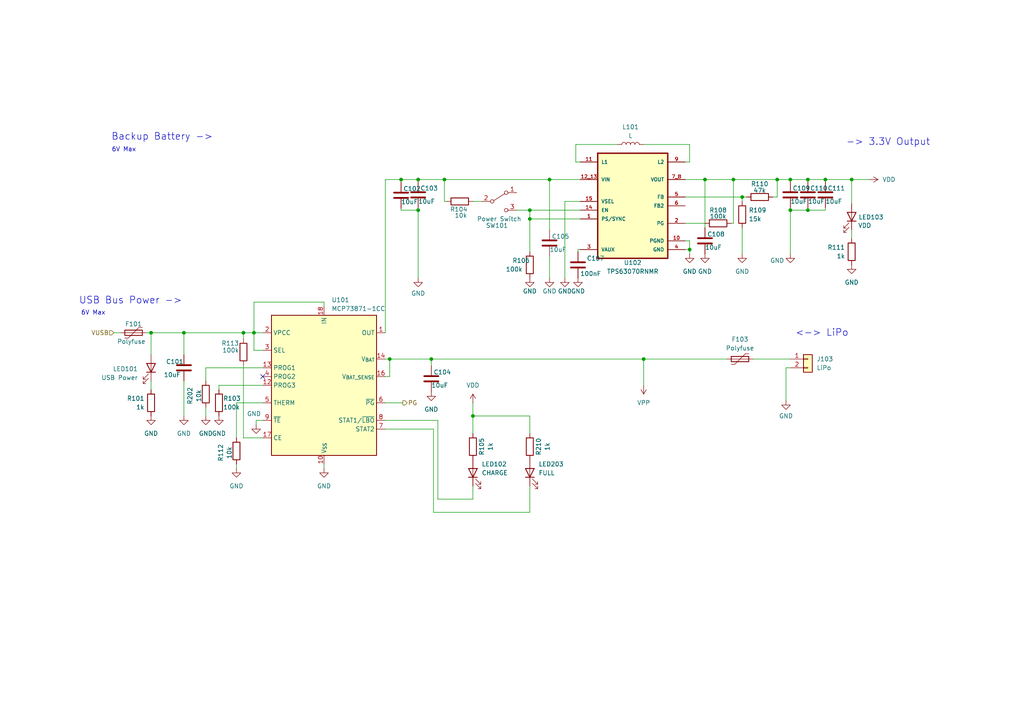
<source format=kicad_sch>
(kicad_sch (version 20250114) (generator "eeschema") (generator_version "9.0")
  (paper "A4")
  (lib_symbols
    (symbol "Battery_Management:MCP73871-1CC"
      (property "Reference" "U" (at -7.62 24.13 0))
      (property "Value" "MCP73871-1CC" (at -15.24 21.59 0))
      (symbol "MCP73871-1CC_0_1"
        (rectangle (start -15.24 20.32) (end 15.24 -20.32) (stroke (width 0.254)) (fill (type background)))
      )
      (symbol "MCP73871-1CC_1_1"
        (pin input line (at -17.78 15.24 0) (length 2.54) (name "VPCC") (number "2"))
        (pin input line (at -17.78 10.16 0) (length 2.54) (name "SEL") (number "3"))
        (pin bidirectional line (at -17.78 5.08 0) (length 2.54) (name "PROG1") (number "13"))
        (pin input line (at -17.78 2.54 0) (length 2.54) (name "PROG2") (number "4"))
        (pin bidirectional line (at -17.78 0 0) (length 2.54) (name "PROG3") (number "12"))
        (pin bidirectional line (at -17.78 -5.08 0) (length 2.54) (name "THERM") (number "5"))
        (pin input line (at -17.78 -10.16 0) (length 2.54) (name "~{TE}") (number "9"))
        (pin input line (at -17.78 -15.24 0) (length 2.54) (name "CE") (number "17"))
        (pin power_in line (at 0 22.86 270) (length 2.54) (name "IN") (number "18"))
        (pin passive line (at 0 22.86 270) (length 2.54) (hide yes) (name "IN") (number "19"))
        (pin power_in line (at 0 -22.86 90) (length 2.54) (name "V_{SS}") (number "10"))
        (pin passive line (at 0 -22.86 90) (length 2.54) (hide yes) (name "V_{SS}") (number "11"))
        (pin passive line (at 0 -22.86 90) (length 2.54) (hide yes) (name "V_{SS}") (number "21"))
        (pin power_out line (at 17.78 15.24 180) (length 2.54) (name "OUT") (number "1"))
        (pin passive line (at 17.78 15.24 180) (length 2.54) (hide yes) (name "OUT") (number "20"))
        (pin power_out line (at 17.78 7.62 180) (length 2.54) (name "V_{BAT}") (number "14"))
        (pin passive line (at 17.78 7.62 180) (length 2.54) (hide yes) (name "V_{BAT}") (number "15"))
        (pin input line (at 17.78 2.54 180) (length 2.54) (name "V_{BAT_SENSE}") (number "16"))
        (pin open_collector line (at 17.78 -5.08 180) (length 2.54) (name "~{PG}") (number "6"))
        (pin open_collector line (at 17.78 -10.16 180) (length 2.54) (name "STAT1/~{LBO}") (number "8"))
        (pin open_collector line (at 17.78 -12.7 180) (length 2.54) (name "STAT2") (number "7"))
      )
    )
    (symbol "Connector_Generic:Conn_01x02" (pin_names (offset 1.016) (hide yes))
      (property "Reference" "J" (at 0 2.54 0))
      (property "Value" "Conn_01x02" (at 0 -5.08 0))
      (symbol "Conn_01x02_1_1"
        (rectangle (start -1.27 1.27) (end 1.27 -3.81) (stroke (width 0.254)) (fill (type background)))
        (rectangle (start -1.27 0.127) (end 0 -0.127) (stroke (width 0.1524)))
        (rectangle (start -1.27 -2.413) (end 0 -2.667) (stroke (width 0.1524)))
        (pin passive line (at -5.08 0 0) (length 3.81) (name "Pin_1") (number "1"))
        (pin passive line (at -5.08 -2.54 0) (length 3.81) (name "Pin_2") (number "2"))
      )
    )
    (symbol "Device:C" (pin_numbers (hide yes)) (pin_names (offset 0.254))
      (property "Reference" "C" (at 0.635 2.54 0))
      (property "Value" "C" (at 0.635 -2.54 0))
      (symbol "C_0_1"
        (polyline (pts (xy -2.032 0.762) (xy 2.032 0.762)) (stroke (width 0.508)))
        (polyline (pts (xy -2.032 -0.762) (xy 2.032 -0.762)) (stroke (width 0.508)))
      )
      (symbol "C_1_1"
        (pin passive line (at 0 3.81 270) (length 2.794) (name "~") (number "1"))
        (pin passive line (at 0 -3.81 90) (length 2.794) (name "~") (number "2"))
      )
    )
    (symbol "Device:L" (pin_numbers (hide yes)) (pin_names (offset 1.016) (hide yes))
      (property "Reference" "L" (at -1.27 0 90))
      (property "Value" "L" (at 1.905 0 90))
      (symbol "L_0_1"
        (arc (start 0 2.54) (mid 0.6323 1.905) (end 0 1.27))
        (arc (start 0 1.27) (mid 0.6323 0.635) (end 0 0))
        (arc (start 0 0) (mid 0.6323 -0.635) (end 0 -1.27))
        (arc (start 0 -1.27) (mid 0.6323 -1.905) (end 0 -2.54))
      )
      (symbol "L_1_1"
        (pin passive line (at 0 3.81 270) (length 1.27) (name "1") (number "1"))
        (pin passive line (at 0 -3.81 90) (length 1.27) (name "2") (number "2"))
      )
    )
    (symbol "Device:LED" (pin_numbers (hide yes)) (pin_names (offset 1.016) (hide yes))
      (property "Reference" "D" (at 0 2.54 0))
      (property "Value" "LED" (at 0 -2.54 0))
      (symbol "LED_0_1"
        (polyline (pts (xy -3.048 -0.762) (xy -4.572 -2.286) (xy -3.81 -2.286) (xy -4.572 -2.286) (xy -4.572 -1.524)))
        (polyline (pts (xy -1.778 -0.762) (xy -3.302 -2.286) (xy -2.54 -2.286) (xy -3.302 -2.286) (xy -3.302 -1.524)))
        (polyline (pts (xy -1.27 0) (xy 1.27 0)))
        (polyline (pts (xy -1.27 -1.27) (xy -1.27 1.27)) (stroke (width 0.254)))
        (polyline (pts (xy 1.27 -1.27) (xy 1.27 1.27) (xy -1.27 0) (xy 1.27 -1.27)) (stroke (width 0.254)))
      )
      (symbol "LED_1_1"
        (pin passive line (at -3.81 0 0) (length 2.54) (name "K") (number "1"))
        (pin passive line (at 3.81 0 180) (length 2.54) (name "A") (number "2"))
      )
    )
    (symbol "Device:Polyfuse" (pin_numbers (hide yes)) (pin_names (offset 0))
      (property "Reference" "F" (at -2.54 0 90))
      (property "Value" "Polyfuse" (at 2.54 0 90))
      (symbol "Polyfuse_0_1"
        (polyline (pts (xy -1.524 2.54) (xy -1.524 1.524) (xy 1.524 -1.524) (xy 1.524 -2.54)))
        (rectangle (start -0.762 2.54) (end 0.762 -2.54) (stroke (width 0.254)))
        (polyline (pts (xy 0 2.54) (xy 0 -2.54)))
      )
      (symbol "Polyfuse_1_1"
        (pin passive line (at 0 3.81 270) (length 1.27) (name "~") (number "1"))
        (pin passive line (at 0 -3.81 90) (length 1.27) (name "~") (number "2"))
      )
    )
    (symbol "Device:R" (pin_numbers (hide yes)) (pin_names (offset 0))
      (property "Reference" "R" (at 2.032 0 90))
      (property "Value" "R" (at 0 0 90))
      (symbol "R_0_1"
        (rectangle (start -1.016 -2.54) (end 1.016 2.54) (stroke (width 0.254)))
      )
      (symbol "R_1_1"
        (pin passive line (at 0 3.81 270) (length 1.27) (name "~") (number "1"))
        (pin passive line (at 0 -3.81 90) (length 1.27) (name "~") (number "2"))
      )
    )
    (symbol "Switch:SW_SPDT" (pin_names (offset 0) (hide yes))
      (property "Reference" "SW" (at 0 4.318 0))
      (property "Value" "SW_SPDT" (at 0 -5.08 0))
      (symbol "SW_SPDT_0_0"
        (circle (center -2.032 0) (radius 0.508))
        (circle (center 2.032 -2.54) (radius 0.508))
      )
      (symbol "SW_SPDT_0_1"
        (polyline (pts (xy -1.524 0.254) (xy 1.651 2.286)))
        (circle (center 2.032 2.54) (radius 0.508))
      )
      (symbol "SW_SPDT_1_1"
        (pin passive line (at -5.08 0 0) (length 2.54) (name "B") (number "2"))
        (pin passive line (at 5.08 2.54 180) (length 2.54) (name "A") (number "1"))
        (pin passive line (at 5.08 -2.54 180) (length 2.54) (name "C") (number "3"))
      )
    )
    (symbol "VDD_1" (power) (pin_numbers (hide yes)) (pin_names (offset 0) (hide yes))
      (property "Value" "VDD" (at 0 3.556 0))
      (symbol "VDD_1_0_1"
        (polyline (pts (xy -0.762 1.27) (xy 0 2.54)))
        (polyline (pts (xy 0 2.54) (xy 0.762 1.27)))
        (polyline (pts (xy 0 0) (xy 0 2.54)))
      )
      (symbol "VDD_1_1_1"
        (pin power_in line (at 0 0 90) (length 0) (name "~") (number "1"))
      )
    )
    (symbol "WOBCLibrary:TPS63070RNMR" (pin_names (offset 1.016))
      (property "Reference" "U" (at -12.7 29.21 0))
      (property "Value" "TPS63070RNMR" (at -12.7 -19.24 0))
      (symbol "TPS63070RNMR_0_0"
        (rectangle (start -10.16 15.24) (end 10.16 -15.24) (stroke (width 0.41)) (fill (type background)))
        (pin bidirectional line (at -15.24 12.7 0) (length 5.08) (name "L1") (number "11"))
        (pin input line (at -15.24 7.62 0) (length 5.08) (name "VIN") (number "12_13"))
        (pin input line (at -15.24 1.27 0) (length 5.08) (name "VSEL") (number "15"))
        (pin input line (at -15.24 -1.27 0) (length 5.08) (name "EN") (number "14"))
        (pin input line (at -15.24 -3.81 0) (length 5.08) (name "PS/SYNC") (number "1"))
        (pin output line (at -15.24 -12.7 0) (length 5.08) (name "VAUX") (number "3"))
        (pin bidirectional line (at 15.24 12.7 180) (length 5.08) (name "L2") (number "9"))
        (pin output line (at 15.24 7.62 180) (length 5.08) (name "VOUT") (number "7_8"))
        (pin input line (at 15.24 2.54 180) (length 5.08) (name "FB") (number "5"))
        (pin output line (at 15.24 0 180) (length 5.08) (name "FB2") (number "6"))
        (pin output line (at 15.24 -5.08 180) (length 5.08) (name "PG") (number "2"))
        (pin power_in line (at 15.24 -10.16 180) (length 5.08) (name "PGND") (number "10"))
        (pin power_in line (at 15.24 -12.7 180) (length 5.08) (name "GND") (number "4"))
      )
    )
    (symbol "power:GND" (power) (pin_names (offset 0))
      (property "Value" "GND" (at 0 -3.81 0))
      (symbol "GND_0_1"
        (polyline (pts (xy 0 0) (xy 0 -1.27) (xy 1.27 -1.27) (xy 0 -2.54) (xy -1.27 -1.27) (xy 0 -1.27)))
      )
      (symbol "GND_1_1"
        (pin power_in line (at 0 0 270) (length 0) (hide yes) (name "GND") (number "1"))
      )
    )
    (symbol "power:VDD" (power) (pin_names (offset 0))
      (property "Value" "VDD" (at 0 3.81 0))
      (symbol "VDD_0_1"
        (polyline (pts (xy -0.762 1.27) (xy 0 2.54)))
        (polyline (pts (xy 0 2.54) (xy 0.762 1.27)))
        (polyline (pts (xy 0 0) (xy 0 2.54)))
      )
      (symbol "VDD_1_1"
        (pin power_in line (at 0 0 90) (length 0) (hide yes) (name "VDD") (number "1"))
      )
    )
    (symbol "power:VPP" (power) (pin_numbers (hide yes)) (pin_names (offset 0) (hide yes))
      (property "Value" "VPP" (at 0 3.556 0))
      (symbol "VPP_0_1"
        (polyline (pts (xy -0.762 1.27) (xy 0 2.54)))
        (polyline (pts (xy 0 2.54) (xy 0.762 1.27)))
        (polyline (pts (xy 0 0) (xy 0 2.54)))
      )
      (symbol "VPP_1_1"
        (pin power_in line (at 0 0 90) (length 0) (name "~") (number "1"))
      )
    )
  )
  (text "USB Bus Power ->" (at 22.86 88.392 0) (effects (font (size 2 2)) (justify left bottom)))
  (text "6V Max" (at 23.495 91.567 0) (effects (font (size 1.27 1.27)) (justify left bottom)))
  (text "Backup Battery ->" (at 32.258 40.894 0) (effects (font (size 2 2)) (justify left bottom)))
  (text "6V Max" (at 32.385 44.196 0) (effects (font (size 1.27 1.27)) (justify left bottom)))
  (text "<-> LiPo" (at 230.632 97.79 0) (effects (font (size 2 2)) (justify left bottom)))
  (text "-> 3.3V Output" (at 245.364 42.418 0) (effects (font (size 2 2)) (justify left bottom)))
  (junction (at 212.725 52.07))
  (junction (at 229.235 60.96))
  (junction (at 153.67 63.5))
  (junction (at 225.425 52.07))
  (junction (at 200.025 72.39))
  (junction (at 215.265 57.15))
  (junction (at 234.315 60.96))
  (junction (at 113.03 104.14))
  (junction (at 43.815 96.52))
  (junction (at 159.385 52.07))
  (junction (at 229.235 52.07))
  (junction (at 121.285 60.96))
  (junction (at 234.315 52.07))
  (junction (at 53.34 96.52))
  (junction (at 186.69 104.14))
  (junction (at 137.16 120.65))
  (junction (at 73.66 96.52))
  (junction (at 121.285 52.07))
  (junction (at 247.015 52.07))
  (junction (at 70.612 96.52))
  (junction (at 204.47 52.07))
  (junction (at 239.395 52.07))
  (junction (at 153.67 60.96))
  (junction (at 128.905 52.07))
  (junction (at 116.332 52.07))
  (junction (at 125.095 104.14))
  (no_connect (at 76.2 109.22))
  (wire (pts (xy 128.905 58.42) (xy 128.905 52.07)))
  (wire (pts (xy 227.965 106.68) (xy 229.235 106.68)))
  (wire (pts (xy 215.265 57.15) (xy 216.535 57.15)))
  (wire (pts (xy 70.612 96.52) (xy 70.612 98.298)))
  (wire (pts (xy 227.965 116.205) (xy 227.965 106.68)))
  (wire (pts (xy 159.385 52.07) (xy 168.275 52.07)))
  (wire (pts (xy 74.295 121.92) (xy 76.2 121.92)))
  (wire (pts (xy 234.315 60.325) (xy 234.315 60.96)))
  (wire (pts (xy 234.315 52.07) (xy 239.395 52.07)))
  (wire (pts (xy 218.44 104.14) (xy 229.235 104.14)))
  (wire (pts (xy 215.265 58.42) (xy 215.265 57.15)))
  (wire (pts (xy 204.47 64.77) (xy 198.755 64.77)))
  (wire (pts (xy 167.005 46.99) (xy 168.275 46.99)))
  (wire (pts (xy 200.025 41.91) (xy 200.025 46.99)))
  (wire (pts (xy 63.5 113.03) (xy 63.5 111.76)))
  (wire (pts (xy 153.67 63.5) (xy 153.67 73.025)))
  (wire (pts (xy 33.02 96.52) (xy 34.925 96.52)))
  (wire (pts (xy 53.34 110.49) (xy 53.34 120.65)))
  (wire (pts (xy 200.025 72.39) (xy 198.755 72.39)))
  (wire (pts (xy 111.76 52.07) (xy 116.332 52.07)))
  (wire (pts (xy 234.315 60.96) (xy 229.235 60.96)))
  (wire (pts (xy 137.16 125.73) (xy 137.16 120.65)))
  (wire (pts (xy 239.395 52.07) (xy 247.015 52.07)))
  (wire (pts (xy 127 121.92) (xy 111.76 121.92)))
  (wire (pts (xy 204.47 52.07) (xy 212.725 52.07)))
  (wire (pts (xy 68.58 135.89) (xy 68.58 134.62)))
  (wire (pts (xy 53.34 96.52) (xy 70.612 96.52)))
  (wire (pts (xy 111.76 104.14) (xy 113.03 104.14)))
  (wire (pts (xy 68.58 116.84) (xy 68.58 127)))
  (wire (pts (xy 113.03 109.22) (xy 113.03 104.14)))
  (wire (pts (xy 76.2 116.84) (xy 68.58 116.84)))
  (wire (pts (xy 186.69 104.14) (xy 210.82 104.14)))
  (wire (pts (xy 153.67 140.97) (xy 153.67 148.59)))
  (wire (pts (xy 116.332 60.96) (xy 121.285 60.96)))
  (wire (pts (xy 239.395 60.96) (xy 234.315 60.96)))
  (wire (pts (xy 215.265 66.04) (xy 215.265 73.66)))
  (wire (pts (xy 116.332 52.07) (xy 121.285 52.07)))
  (wire (pts (xy 128.905 52.07) (xy 159.385 52.07)))
  (wire (pts (xy 93.98 135.89) (xy 93.98 134.62)))
  (wire (pts (xy 121.285 60.96) (xy 121.285 80.645)))
  (wire (pts (xy 225.425 52.07) (xy 229.235 52.07)))
  (wire (pts (xy 137.16 120.65) (xy 153.67 120.65)))
  (wire (pts (xy 137.16 58.42) (xy 139.7 58.42)))
  (wire (pts (xy 59.69 118.11) (xy 59.69 120.65)))
  (wire (pts (xy 43.815 113.03) (xy 43.815 110.49)))
  (wire (pts (xy 167.64 73.025) (xy 167.64 72.39)))
  (wire (pts (xy 116.332 60.452) (xy 116.332 60.96)))
  (wire (pts (xy 121.285 60.325) (xy 121.285 60.96)))
  (wire (pts (xy 125.73 148.59) (xy 153.67 148.59)))
  (wire (pts (xy 137.16 116.84) (xy 137.16 120.65)))
  (wire (pts (xy 42.545 96.52) (xy 43.815 96.52)))
  (wire (pts (xy 59.69 106.68) (xy 76.2 106.68)))
  (wire (pts (xy 239.395 52.07) (xy 239.395 52.705)))
  (wire (pts (xy 167.005 41.91) (xy 167.005 46.99)))
  (wire (pts (xy 247.015 52.07) (xy 252.095 52.07)))
  (wire (pts (xy 111.76 52.07) (xy 111.76 96.52)))
  (wire (pts (xy 153.67 60.96) (xy 168.275 60.96)))
  (wire (pts (xy 200.025 46.99) (xy 198.755 46.99)))
  (wire (pts (xy 239.395 60.325) (xy 239.395 60.96)))
  (wire (pts (xy 186.69 104.14) (xy 186.69 111.76)))
  (wire (pts (xy 113.03 104.14) (xy 125.095 104.14)))
  (wire (pts (xy 73.66 96.52) (xy 76.2 96.52)))
  (wire (pts (xy 212.725 52.07) (xy 225.425 52.07)))
  (wire (pts (xy 168.275 58.42) (xy 163.83 58.42)))
  (wire (pts (xy 121.285 52.07) (xy 121.285 52.705)))
  (wire (pts (xy 73.66 101.6) (xy 73.66 96.52)))
  (wire (pts (xy 74.295 123.19) (xy 74.295 121.92)))
  (wire (pts (xy 125.095 106.045) (xy 125.095 104.14)))
  (wire (pts (xy 111.76 124.46) (xy 125.73 124.46)))
  (wire (pts (xy 229.235 60.96) (xy 229.235 60.325)))
  (wire (pts (xy 212.09 64.77) (xy 212.725 64.77)))
  (wire (pts (xy 200.025 72.39) (xy 200.025 73.66)))
  (wire (pts (xy 198.755 57.15) (xy 215.265 57.15)))
  (wire (pts (xy 70.612 105.918) (xy 70.612 127)))
  (wire (pts (xy 224.155 57.15) (xy 225.425 57.15)))
  (wire (pts (xy 153.67 120.65) (xy 153.67 125.73)))
  (wire (pts (xy 111.76 109.22) (xy 113.03 109.22)))
  (wire (pts (xy 168.275 63.5) (xy 153.67 63.5)))
  (wire (pts (xy 127 121.92) (xy 127 144.78)))
  (wire (pts (xy 76.2 101.6) (xy 73.66 101.6)))
  (wire (pts (xy 53.34 96.52) (xy 53.34 102.87)))
  (wire (pts (xy 125.73 124.46) (xy 125.73 148.59)))
  (wire (pts (xy 125.095 104.14) (xy 186.69 104.14)))
  (wire (pts (xy 200.025 69.85) (xy 200.025 72.39)))
  (wire (pts (xy 159.385 66.675) (xy 159.385 52.07)))
  (wire (pts (xy 127 144.78) (xy 137.16 144.78)))
  (wire (pts (xy 129.54 58.42) (xy 128.905 58.42)))
  (wire (pts (xy 153.67 60.96) (xy 153.67 63.5)))
  (wire (pts (xy 225.425 57.15) (xy 225.425 52.07)))
  (wire (pts (xy 212.725 64.77) (xy 212.725 52.07)))
  (wire (pts (xy 111.76 116.84) (xy 116.84 116.84)))
  (wire (pts (xy 116.332 52.07) (xy 116.332 52.832)))
  (wire (pts (xy 159.385 74.295) (xy 159.385 80.645)))
  (wire (pts (xy 70.612 127) (xy 76.2 127)))
  (wire (pts (xy 149.86 60.96) (xy 153.67 60.96)))
  (wire (pts (xy 163.83 58.42) (xy 163.83 80.645)))
  (wire (pts (xy 204.47 52.07) (xy 204.47 66.04)))
  (wire (pts (xy 73.66 87.63) (xy 73.66 96.52)))
  (wire (pts (xy 121.285 52.07) (xy 128.905 52.07)))
  (wire (pts (xy 63.5 111.76) (xy 76.2 111.76)))
  (wire (pts (xy 167.64 72.39) (xy 168.275 72.39)))
  (wire (pts (xy 198.755 69.85) (xy 200.025 69.85)))
  (wire (pts (xy 93.98 87.63) (xy 73.66 87.63)))
  (wire (pts (xy 70.612 96.52) (xy 73.66 96.52)))
  (wire (pts (xy 137.16 144.78) (xy 137.16 140.97)))
  (wire (pts (xy 93.98 88.9) (xy 93.98 87.63)))
  (wire (pts (xy 229.235 52.07) (xy 229.235 52.705)))
  (wire (pts (xy 198.755 52.07) (xy 204.47 52.07)))
  (wire (pts (xy 43.815 96.52) (xy 53.34 96.52)))
  (wire (pts (xy 59.69 106.68) (xy 59.69 110.49)))
  (wire (pts (xy 247.015 69.215) (xy 247.015 66.675)))
  (wire (pts (xy 247.015 52.07) (xy 247.015 59.055)))
  (wire (pts (xy 179.07 41.91) (xy 167.005 41.91)))
  (wire (pts (xy 229.235 60.96) (xy 229.235 73.66)))
  (wire (pts (xy 43.815 96.52) (xy 43.815 102.87)))
  (wire (pts (xy 234.315 52.07) (xy 234.315 52.705)))
  (wire (pts (xy 186.69 41.91) (xy 200.025 41.91)))
  (wire (pts (xy 229.235 52.07) (xy 234.315 52.07)))
  (hierarchical_label "PG" (shape output) (at 116.84 116.84 0))
  (hierarchical_label "VUSB" (shape input) (at 33.02 96.52 180))
  (symbol (lib_id "Device:LED") (at 137.16 137.16 90) (unit 1)
    (property "Reference" "LED102" (at 139.7 134.62 90) (effects (justify right)))
    (property "Value" "CHARGE" (at 139.7 137.16 90) (effects (justify right)))
    (property "Footprint" "LED_SMD:LED_0805_2012Metric" (effects (hide yes)))
    (property "Description" "Light emitting diode" (effects (hide yes)))
    (property "LCSC" "C2296" (effects (hide yes)))
  )
  (symbol (lib_id "power:GND") (at 125.095 113.665 0) (unit 1)
    (property "Reference" "#PWR0109" (effects (hide yes)))
    (property "Value" "GND" (at 125.095 118.745 0))
  )
  (symbol (lib_id "power:GND") (at 93.98 135.89 0) (unit 1)
    (property "Reference" "#PWR0107" (effects (hide yes)))
    (property "Value" "GND" (at 93.98 140.97 0))
  )
  (symbol (lib_id "Device:C") (at 53.34 106.68 0) (unit 1)
    (property "Reference" "C101" (at 48.133 104.902 0) (effects (justify left)))
    (property "Value" "10uF" (at 47.498 108.712 0) (effects (justify left)))
    (property "Footprint" "Capacitor_SMD:C_0603_1608Metric" (effects (hide yes)))
    (property "Description" "Unpolarized capacitor" (effects (hide yes)))
    (property "LCSC" "C96446" (effects (hide yes)))
  )
  (symbol (lib_id "Device:C") (at 234.315 56.515 0) (unit 1)
    (property "Reference" "C110" (at 234.95 54.61 0) (effects (justify left)))
    (property "Value" "10uF" (at 234.315 58.42 0) (effects (justify left)))
    (property "Footprint" "Capacitor_SMD:C_0805_2012Metric" (effects (hide yes)))
    (property "Description" "Unpolarized capacitor" (effects (hide yes)))
    (property "LCSC" "C15850" (effects (hide yes)))
  )
  (symbol (lib_id "Device:LED") (at 247.015 62.865 270) (mirror x) (unit 1)
    (property "Reference" "LED103" (at 256.286 62.992 90) (effects (justify right)))
    (property "Value" "VDD" (at 252.73 65.405 90) (effects (justify right)))
    (property "Footprint" "LED_SMD:LED_0805_2012Metric" (effects (hide yes)))
    (property "Description" "Light emitting diode" (effects (hide yes)))
    (property "LCSC" "C2297" (effects (hide yes)))
  )
  (symbol (lib_id "Device:R") (at 43.815 116.84 0) (mirror y) (unit 1)
    (property "Reference" "R101" (at 41.91 115.57 0) (effects (justify left)))
    (property "Value" "1k" (at 41.91 118.11 0) (effects (justify left)))
    (property "Footprint" "Resistor_SMD:R_0402_1005Metric" (effects (hide yes)))
    (property "Description" "Resistor" (effects (hide yes)))
    (property "LCSC" "C11702" (effects (hide yes)))
  )
  (symbol (lib_id "Device:C") (at 116.332 56.642 0) (unit 1)
    (property "Reference" "C102" (at 116.967 54.737 0) (effects (justify left)))
    (property "Value" "10uF" (at 116.332 58.547 0) (effects (justify left)))
    (property "Footprint" "Capacitor_SMD:C_0805_2012Metric" (effects (hide yes)))
    (property "Description" "Unpolarized capacitor" (effects (hide yes)))
    (property "LCSC" "C15850" (effects (hide yes)))
  )
  (symbol (lib_id "Device:C") (at 229.235 56.515 0) (unit 1)
    (property "Reference" "C109" (at 229.87 54.61 0) (effects (justify left)))
    (property "Value" "10uF" (at 229.235 58.42 0) (effects (justify left)))
    (property "Footprint" "Capacitor_SMD:C_0805_2012Metric" (effects (hide yes)))
    (property "Description" "Unpolarized capacitor" (effects (hide yes)))
    (property "LCSC" "C15850" (effects (hide yes)))
  )
  (symbol (lib_id "Device:L") (at 182.88 41.91 90) (unit 1)
    (property "Reference" "L101" (at 182.88 36.83 90))
    (property "Value" "L" (at 182.88 39.37 90))
    (property "Footprint" "Inductor_SMD:L_Wuerth_WE-TPC-3816" (effects (hide yes)))
    (property "Description" "Inductor" (effects (hide yes)))
    (property "LCSC" " C3033018" (effects (hide yes)))
  )
  (symbol (lib_id "Connector_Generic:Conn_01x02") (at 234.315 104.14 0) (unit 1)
    (property "Reference" "J103" (at 236.855 104.14 0) (effects (justify left)))
    (property "Value" "LiPo" (at 236.855 106.68 0) (effects (justify left)))
    (property "Footprint" "Connector_JST:JST_PH_S2B-PH-K_1x02_P2.00mm_Horizontal" (effects (hide yes)))
    (property "Description" "Generic connector, single row, 01x02, script generated (kicad-library-utils/schlib/autogen/connector/)" (effects (hide yes)))
  )
  (symbol (lib_id "power:VPP") (at 186.69 111.76 180) (unit 1)
    (property "Reference" "#PWR0215" (effects (hide yes)))
    (property "Value" "VPP" (at 186.69 116.84 0))
    (property "Description" "Power symbol creates a global label with name \"VPP\"" (effects (hide yes)))
  )
  (symbol (lib_id "power:GND") (at 200.025 73.66 0) (unit 1)
    (property "Reference" "#PWR0117" (effects (hide yes)))
    (property "Value" "GND" (at 200.025 78.74 0))
  )
  (symbol (lib_id "power:GND") (at 227.965 116.205 0) (unit 1)
    (property "Reference" "#PWR0120" (effects (hide yes)))
    (property "Value" "GND" (at 227.965 120.65 0))
  )
  (symbol (lib_id "Device:C") (at 204.47 69.85 0) (unit 1)
    (property "Reference" "C108" (at 205.105 67.945 0) (effects (justify left)))
    (property "Value" "10uF" (at 204.47 71.755 0) (effects (justify left)))
    (property "Footprint" "Capacitor_SMD:C_0603_1608Metric" (effects (hide yes)))
    (property "Description" "Unpolarized capacitor" (effects (hide yes)))
    (property "LCSC" "C96446" (effects (hide yes)))
  )
  (symbol (lib_id "Device:C") (at 239.395 56.515 0) (unit 1)
    (property "Reference" "C111" (at 240.03 54.61 0) (effects (justify left)))
    (property "Value" "10uF" (at 239.395 58.42 0) (effects (justify left)))
    (property "Footprint" "Capacitor_SMD:C_0805_2012Metric" (effects (hide yes)))
    (property "Description" "Unpolarized capacitor" (effects (hide yes)))
    (property "LCSC" "C15850" (effects (hide yes)))
  )
  (symbol (lib_id "power:GND") (at 121.285 80.645 0) (unit 1)
    (property "Reference" "#PWR0108" (effects (hide yes)))
    (property "Value" "GND" (at 121.285 85.09 0))
  )
  (symbol (lib_id "Device:R") (at 220.345 57.15 90) (unit 1)
    (property "Reference" "R110" (at 220.345 53.34 90))
    (property "Value" "47k" (at 220.345 55.245 90))
    (property "Footprint" "Resistor_SMD:R_0402_1005Metric" (effects (hide yes)))
    (property "Description" "Resistor" (effects (hide yes)))
    (property "LCSC" "C25792" (effects (hide yes)))
  )
  (symbol (lib_id "Device:C") (at 167.64 76.835 0) (unit 1)
    (property "Reference" "C107" (at 170.18 74.93 0) (effects (justify left)))
    (property "Value" "100nF" (at 168.275 79.375 0) (effects (justify left)))
    (property "Footprint" "Capacitor_SMD:C_0402_1005Metric" (effects (hide yes)))
    (property "Description" "Unpolarized capacitor" (effects (hide yes)))
    (property "LCSC" "C1525" (effects (hide yes)))
  )
  (symbol (lib_id "power:GND") (at 247.015 76.835 0) (unit 1)
    (property "Reference" "#PWR0122" (effects (hide yes)))
    (property "Value" "GND" (at 247.015 81.915 0))
  )
  (symbol (lib_id "power:GND") (at 229.235 73.66 0) (unit 1)
    (property "Reference" "#PWR0121" (effects (hide yes)))
    (property "Value" "GND" (at 225.425 75.565 0))
  )
  (symbol (lib_id "Device:C") (at 121.285 56.515 0) (unit 1)
    (property "Reference" "C103" (at 121.92 54.61 0) (effects (justify left)))
    (property "Value" "10uF" (at 121.285 58.42 0) (effects (justify left)))
    (property "Footprint" "Capacitor_SMD:C_0805_2012Metric" (effects (hide yes)))
    (property "Description" "Unpolarized capacitor" (effects (hide yes)))
    (property "LCSC" "C15850" (effects (hide yes)))
  )
  (symbol (lib_id "power:GND") (at 59.69 120.65 0) (unit 1)
    (property "Reference" "#PWR0104" (effects (hide yes)))
    (property "Value" "GND" (at 59.69 125.73 0))
  )
  (symbol (lib_id "Device:R") (at 153.67 129.54 180) (unit 1)
    (property "Reference" "R210" (at 156.21 129.54 90))
    (property "Value" "1k" (at 158.75 129.54 90))
    (property "Footprint" "Resistor_SMD:R_0402_1005Metric" (effects (hide yes)))
    (property "Description" "Resistor" (effects (hide yes)))
    (property "LCSC" "C11702" (effects (hide yes)))
  )
  (symbol (lib_id "Device:R") (at 153.67 76.835 0) (unit 1)
    (property "Reference" "R106" (at 148.59 75.565 0) (effects (justify left)))
    (property "Value" "100k" (at 146.685 78.105 0) (effects (justify left)))
    (property "Footprint" "Resistor_SMD:R_0402_1005Metric" (effects (hide yes)))
    (property "Description" "Resistor" (effects (hide yes)))
    (property "LCSC" "C25741" (effects (hide yes)))
  )
  (symbol (lib_name "VDD_1") (lib_id "power:VDD") (at 137.16 116.84 0) (unit 1)
    (property "Reference" "#PWR0210" (effects (hide yes)))
    (property "Value" "VDD" (at 137.16 111.76 0))
    (property "Description" "Power symbol creates a global label with name \"VDD\"" (effects (hide yes)))
  )
  (symbol (lib_id "power:GND") (at 153.67 80.645 0) (unit 1)
    (property "Reference" "#PWR0111" (effects (hide yes)))
    (property "Value" "GND" (at 153.67 84.455 0))
  )
  (symbol (lib_id "power:GND") (at 159.385 80.645 0) (unit 1)
    (property "Reference" "#PWR0112" (effects (hide yes)))
    (property "Value" "GND" (at 159.385 84.455 0))
  )
  (symbol (lib_id "Device:R") (at 247.015 73.025 0) (mirror y) (unit 1)
    (property "Reference" "R111" (at 245.11 71.755 0) (effects (justify left)))
    (property "Value" "1k" (at 245.11 74.295 0) (effects (justify left)))
    (property "Footprint" "Resistor_SMD:R_0402_1005Metric" (effects (hide yes)))
    (property "Description" "Resistor" (effects (hide yes)))
    (property "LCSC" "C11702" (effects (hide yes)))
  )
  (symbol (lib_id "power:VDD") (at 252.095 52.07 270) (unit 1)
    (property "Reference" "#PWR0123" (effects (hide yes)))
    (property "Value" "VDD" (at 255.905 52.07 90) (effects (justify left)))
  )
  (symbol (lib_id "Device:R") (at 208.28 64.77 270) (unit 1)
    (property "Reference" "R108" (at 208.28 60.96 90))
    (property "Value" "100k" (at 208.28 62.738 90))
    (property "Footprint" "Resistor_SMD:R_0402_1005Metric" (effects (hide yes)))
    (property "Description" "Resistor" (effects (hide yes)))
    (property "LCSC" "C25741" (effects (hide yes)))
  )
  (symbol (lib_id "power:GND") (at 63.5 120.65 0) (unit 1)
    (property "Reference" "#PWR0105" (effects (hide yes)))
    (property "Value" "GND" (at 63.5 125.73 0))
  )
  (symbol (lib_id "power:GND") (at 53.34 120.65 0) (unit 1)
    (property "Reference" "#PWR0103" (effects (hide yes)))
    (property "Value" "GND" (at 53.34 125.73 0))
  )
  (symbol (lib_id "Device:C") (at 159.385 70.485 0) (unit 1)
    (property "Reference" "C105" (at 160.02 68.58 0) (effects (justify left)))
    (property "Value" "10uF" (at 159.385 72.39 0) (effects (justify left)))
    (property "Footprint" "Capacitor_SMD:C_0603_1608Metric" (effects (hide yes)))
    (property "Description" "Unpolarized capacitor" (effects (hide yes)))
    (property "LCSC" "C96446" (effects (hide yes)))
  )
  (symbol (lib_id "Device:R") (at 133.35 58.42 90) (unit 1)
    (property "Reference" "R104" (at 135.636 60.706 90) (effects (justify left)))
    (property "Value" "10k" (at 135.509 62.484 90) (effects (justify left)))
    (property "Footprint" "Resistor_SMD:R_0402_1005Metric" (effects (hide yes)))
    (property "Description" "Resistor" (effects (hide yes)))
    (property "LCSC" "C25744" (effects (hide yes)))
  )
  (symbol (lib_id "power:GND") (at 74.295 123.19 0) (unit 1)
    (property "Reference" "#PWR0106" (effects (hide yes)))
    (property "Value" "GND" (at 73.66 120.015 0))
  )
  (symbol (lib_id "Device:R") (at 68.58 130.81 180) (unit 1)
    (property "Reference" "R112" (at 64.008 131.318 90))
    (property "Value" "10k" (at 66.548 131.318 90))
    (property "Footprint" "Resistor_SMD:R_0402_1005Metric" (effects (hide yes)))
    (property "Description" "Resistor" (effects (hide yes)))
    (property "LCSC" "C25744" (effects (hide yes)))
  )
  (symbol (lib_id "power:GND") (at 43.815 120.65 0) (unit 1)
    (property "Reference" "#PWR0101" (effects (hide yes)))
    (property "Value" "GND" (at 43.815 125.73 0))
  )
  (symbol (lib_id "power:GND") (at 204.47 73.66 0) (unit 1)
    (property "Reference" "#PWR0118" (effects (hide yes)))
    (property "Value" "GND" (at 204.47 78.74 0))
  )
  (symbol (lib_id "power:GND") (at 163.83 80.645 0) (unit 1)
    (property "Reference" "#PWR0113" (effects (hide yes)))
    (property "Value" "GND" (at 163.83 84.455 0))
  )
  (symbol (lib_id "Device:LED") (at 153.67 137.16 90) (unit 1)
    (property "Reference" "LED203" (at 156.21 134.62 90) (effects (justify right)))
    (property "Value" "FULL" (at 156.21 137.16 90) (effects (justify right)))
    (property "Footprint" "LED_SMD:LED_0805_2012Metric" (effects (hide yes)))
    (property "Description" "Light emitting diode" (effects (hide yes)))
    (property "LCSC" "C2296" (effects (hide yes)))
  )
  (symbol (lib_id "power:GND") (at 68.58 135.89 0) (unit 1)
    (property "Reference" "#PWR0124" (effects (hide yes)))
    (property "Value" "GND" (at 68.58 140.97 0))
  )
  (symbol (lib_id "Device:R") (at 215.265 62.23 180) (unit 1)
    (property "Reference" "R109" (at 217.17 60.96 0) (effects (justify right)))
    (property "Value" "15k" (at 217.17 63.5 0) (effects (justify right)))
    (property "Footprint" "Resistor_SMD:R_0402_1005Metric" (effects (hide yes)))
    (property "Description" "Resistor" (effects (hide yes)))
    (property "LCSC" "C25756" (effects (hide yes)))
  )
  (symbol (lib_id "Device:Polyfuse") (at 38.735 96.52 90) (unit 1)
    (property "Reference" "F101" (at 38.735 93.98 90))
    (property "Value" "Polyfuse" (at 38.1 99.06 90))
    (property "Footprint" "Fuse:Fuse_1206_3216Metric" (effects (hide yes)))
    (property "Description" "Resettable fuse, polymeric positive temperature coefficient" (effects (hide yes)))
    (property "LCSC" " C883133" (effects (hide yes)))
  )
  (symbol (lib_id "Device:R") (at 63.5 116.84 0) (mirror y) (unit 1)
    (property "Reference" "R103" (at 69.85 115.57 0) (effects (justify left)))
    (property "Value" "100k" (at 69.596 118.11 0) (effects (justify left)))
    (property "Footprint" "Resistor_SMD:R_0402_1005Metric" (effects (hide yes)))
    (property "Description" "Resistor" (effects (hide yes)))
    (property "LCSC" "C25741" (effects (hide yes)))
  )
  (symbol (lib_id "Device:Polyfuse") (at 214.63 104.14 90) (unit 1)
    (property "Reference" "F103" (at 214.63 98.425 90))
    (property "Value" "Polyfuse" (at 214.63 100.965 90))
    (property "Footprint" "Fuse:Fuse_1206_3216Metric" (effects (hide yes)))
    (property "Description" "Resettable fuse, polymeric positive temperature coefficient" (effects (hide yes)))
    (property "LCSC" " C883133" (effects (hide yes)))
  )
  (symbol (lib_id "power:GND") (at 215.265 73.66 0) (unit 1)
    (property "Reference" "#PWR0119" (effects (hide yes)))
    (property "Value" "GND" (at 215.265 78.74 0))
  )
  (symbol (lib_id "Device:R") (at 70.612 102.108 0) (mirror y) (unit 1)
    (property "Reference" "R113" (at 69.342 99.568 0) (effects (justify left)))
    (property "Value" "100k" (at 69.342 101.6 0) (effects (justify left)))
    (property "Footprint" "Resistor_SMD:R_0402_1005Metric" (effects (hide yes)))
    (property "Description" "Resistor" (effects (hide yes)))
    (property "LCSC" "C25741" (effects (hide yes)))
  )
  (symbol (lib_id "Device:R") (at 137.16 129.54 180) (unit 1)
    (property "Reference" "R105" (at 139.7 129.54 90))
    (property "Value" "1k" (at 142.24 129.54 90))
    (property "Footprint" "Resistor_SMD:R_0402_1005Metric" (effects (hide yes)))
    (property "Description" "Resistor" (effects (hide yes)))
    (property "LCSC" "C11702" (effects (hide yes)))
  )
  (symbol (lib_id "WOBCLibrary:TPS63070RNMR") (at 183.515 59.69 0) (unit 1)
    (property "Reference" "U102" (at 183.515 76.2 0))
    (property "Value" "TPS63070RNMR" (at 183.515 78.74 0))
    (property "Footprint" "WOBCLibrary:VREG_TPS63070RNMR" (effects (hide yes)))
    (property "Description" "\nWide input voltage (2V-16V) buck-boost converter\n" (effects (hide yes)))
    (property "MF" "Texas Instruments" (effects (hide yes)))
    (property "Package" "VQFN-HR-15 Texas Instruments" (effects (hide yes)))
    (property "Price" "None" (effects (hide yes)))
    (property "SnapEDA_Link" "https://www.snapeda.com/parts/TPS63070RNMR/Texas+Instruments/view-part/?ref=snap" (effects (hide yes)))
    (property "MP" "TPS63070RNMR" (effects (hide yes)))
    (property "Purchase-URL" "https://www.snapeda.com/api/url_track_click_mouser/?unipart_id=583017&manufacturer=Texas Instruments&part_name=TPS63070RNMR&search_term=None" (effects (hide yes)))
    (property "Availability" "In Stock" (effects (hide yes)))
    (property "Check_prices" "https://www.snapeda.com/parts/TPS63070RNMR/Texas+Instruments/view-part/?ref=eda" (effects (hide yes)))
    (property "LCSC" "C109322" (effects (hide yes)))
  )
  (symbol (lib_id "Device:LED") (at 43.815 106.68 270) (mirror x) (unit 1)
    (property "Reference" "LED101" (at 40.005 106.9975 90) (effects (justify right)))
    (property "Value" "USB Power" (at 40.005 109.5375 90) (effects (justify right)))
    (property "Footprint" "LED_SMD:LED_0805_2012Metric" (effects (hide yes)))
    (property "Description" "Light emitting diode" (effects (hide yes)))
    (property "LCSC" "C2297" (effects (hide yes)))
  )
  (symbol (lib_id "Switch:SW_SPDT") (at 144.78 58.42 0) (unit 1)
    (property "Reference" "SW101" (at 144.145 65.405 0))
    (property "Value" "Power Switch" (at 144.78 63.5 0))
    (property "Footprint" "Button_Switch_THT:SW_Slide_SPDT_Angled_CK_OS102011MA1Q" (effects (hide yes)))
    (property "Description" "Switch, single pole double throw" (effects (hide yes)))
  )
  (symbol (lib_id "Device:R") (at 59.69 114.3 180) (unit 1)
    (property "Reference" "R202" (at 55.118 114.808 90))
    (property "Value" "10k" (at 57.658 114.808 90))
    (property "Footprint" "Resistor_SMD:R_0402_1005Metric" (effects (hide yes)))
    (property "Description" "Resistor" (effects (hide yes)))
    (property "LCSC" "C25744" (effects (hide yes)))
  )
  (symbol (lib_id "power:GND") (at 167.64 80.645 0) (unit 1)
    (property "Reference" "#PWR0115" (effects (hide yes)))
    (property "Value" "GND" (at 167.64 84.455 0))
  )
  (symbol (lib_id "Battery_Management:MCP73871-1CC") (at 93.98 111.76 0) (unit 1)
    (property "Reference" "U101" (at 96.1741 86.995 0) (effects (justify left)))
    (property "Value" "MCP73871-1CC" (at 96.1741 89.535 0) (effects (justify left)))
    (property "Footprint" "Package_DFN_QFN:QFN-20-1EP_4x4mm_P0.5mm_EP2.5x2.5mm" (effects (hide yes)))
    (property "Description" "Single cell, Li-Ion/Li-Po charge management controller, 4.10V, 6h safety timer, 3.1V LBO threshold" (effects (hide yes)))
    (property "LCSC" " C511310" (effects (hide yes)))
  )
  (symbol (lib_id "Device:C") (at 125.095 109.855 0) (unit 1)
    (property "Reference" "C104" (at 125.73 107.95 0) (effects (justify left)))
    (property "Value" "10uF" (at 125.095 111.76 0) (effects (justify left)))
    (property "Footprint" "Capacitor_SMD:C_0603_1608Metric" (effects (hide yes)))
    (property "Description" "Unpolarized capacitor" (effects (hide yes)))
    (property "LCSC" "C96446" (effects (hide yes)))
  )
)
</source>
